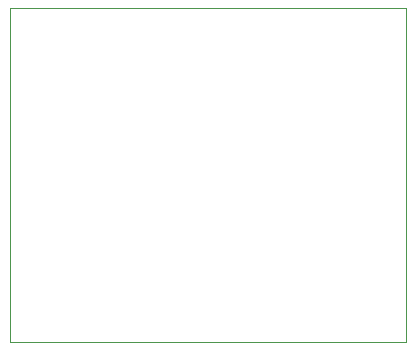
<source format=gbr>
%TF.GenerationSoftware,KiCad,Pcbnew,8.0.6*%
%TF.CreationDate,2024-12-29T21:13:32-06:00*%
%TF.ProjectId,Wienbridge,5769656e-6272-4696-9467-652e6b696361,rev?*%
%TF.SameCoordinates,Original*%
%TF.FileFunction,Profile,NP*%
%FSLAX46Y46*%
G04 Gerber Fmt 4.6, Leading zero omitted, Abs format (unit mm)*
G04 Created by KiCad (PCBNEW 8.0.6) date 2024-12-29 21:13:32*
%MOMM*%
%LPD*%
G01*
G04 APERTURE LIST*
%TA.AperFunction,Profile*%
%ADD10C,0.050000*%
%TD*%
G04 APERTURE END LIST*
D10*
X105900000Y-104100000D02*
X139400000Y-104100000D01*
X139400000Y-132400000D01*
X105900000Y-132400000D01*
X105900000Y-104100000D01*
M02*

</source>
